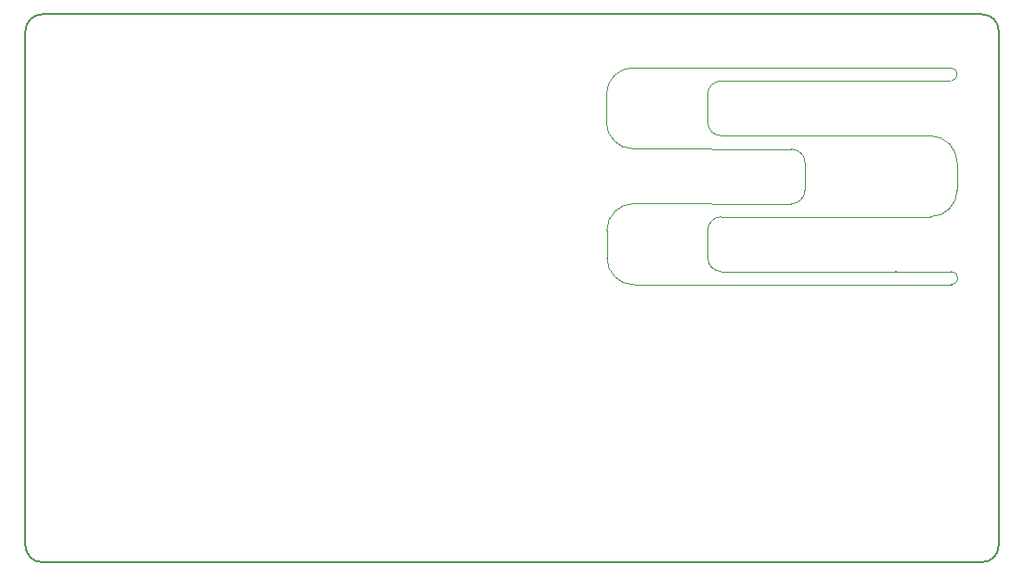
<source format=gbr>
%TF.GenerationSoftware,KiCad,Pcbnew,9.0.1*%
%TF.CreationDate,2025-06-09T22:47:13-04:00*%
%TF.ProjectId,blankBusinessCard,626c616e-6b42-4757-9369-6e6573734361,rev?*%
%TF.SameCoordinates,Original*%
%TF.FileFunction,Profile,NP*%
%FSLAX46Y46*%
G04 Gerber Fmt 4.6, Leading zero omitted, Abs format (unit mm)*
G04 Created by KiCad (PCBNEW 9.0.1) date 2025-06-09 22:47:13*
%MOMM*%
%LPD*%
G01*
G04 APERTURE LIST*
%TA.AperFunction,Profile*%
%ADD10C,0.200000*%
%TD*%
%TA.AperFunction,Profile*%
%ADD11C,0.050000*%
%TD*%
G04 APERTURE END LIST*
D10*
X23000000Y-20300000D02*
G75*
G02*
X24500000Y-18800000I1500000J0D01*
G01*
D11*
X102371600Y-42249400D02*
X102271595Y-42249400D01*
D10*
X111750000Y-20300000D02*
X111750000Y-67300000D01*
X24500000Y-18800000D02*
X110250000Y-18800000D01*
X23000000Y-20300000D02*
X23000000Y-67300000D01*
X24500000Y-68800000D02*
G75*
G02*
X23000000Y-67300000I0J1500000D01*
G01*
X111750000Y-67300000D02*
G75*
G02*
X110250000Y-68800000I-1500000J0D01*
G01*
X110250000Y-68800000D02*
X24500000Y-68800000D01*
X110250000Y-18800000D02*
G75*
G02*
X111750000Y-20300000I0J-1500000D01*
G01*
D11*
%TO.C,J1*%
X75972400Y-28626400D02*
X75972400Y-26126400D01*
X76022400Y-41026400D02*
X76022400Y-38526400D01*
X78422400Y-23676400D02*
X101972400Y-23676400D01*
X78422400Y-31076400D02*
X92835446Y-31093988D01*
X78472400Y-36076400D02*
X92835446Y-36093988D01*
X85209449Y-28626395D02*
X85209449Y-26126395D01*
X85222401Y-41026400D02*
X85222401Y-38526400D01*
X86459449Y-24876395D02*
X102172400Y-24876398D01*
X86472400Y-37276397D02*
X101972400Y-37276400D01*
X94085446Y-32326400D02*
X94085446Y-34826400D01*
X101922395Y-42276400D02*
X86472400Y-42276403D01*
X101972400Y-23676400D02*
X107372400Y-23676400D01*
X101972400Y-29876398D02*
X86459449Y-29876401D01*
X101972400Y-29876400D02*
X105514988Y-29883812D01*
X101972400Y-37276400D02*
X105522400Y-37276400D01*
X102022400Y-43476400D02*
X78472400Y-43476400D01*
X107322400Y-24876400D02*
X101922400Y-24876400D01*
X107422400Y-42276400D02*
X101922395Y-42276400D01*
X107422400Y-43476400D02*
X102022400Y-43476400D01*
X107964988Y-32333812D02*
X107972400Y-34826400D01*
X75972400Y-26126400D02*
G75*
G02*
X78422400Y-23676400I2449999J1D01*
G01*
X76022400Y-38526400D02*
G75*
G02*
X78472400Y-36076400I2449999J1D01*
G01*
X78422400Y-31076400D02*
G75*
G02*
X75972400Y-28626400I-1J2449999D01*
G01*
X78472400Y-43476400D02*
G75*
G02*
X76022400Y-41026400I-1J2449999D01*
G01*
X85209449Y-26126395D02*
G75*
G02*
X86459449Y-24876395I1250002J-2D01*
G01*
X85222398Y-38526397D02*
G75*
G02*
X86472398Y-37276397I1250002J-2D01*
G01*
X86459449Y-29876401D02*
G75*
G02*
X85209449Y-28626401I2J1250002D01*
G01*
X86472398Y-42276403D02*
G75*
G02*
X85222398Y-41026403I2J1250002D01*
G01*
X92835446Y-31093988D02*
G75*
G02*
X94085446Y-32343988I2J-1249998D01*
G01*
X94085446Y-34843988D02*
G75*
G02*
X92835446Y-36093988I-1250002J2D01*
G01*
X105514988Y-29883812D02*
G75*
G02*
X107964988Y-32333812I2J-2449998D01*
G01*
X107372400Y-23676400D02*
G75*
G02*
X107372400Y-24876400I0J-600000D01*
G01*
X107422400Y-42276400D02*
G75*
G02*
X107422400Y-43476400I0J-600000D01*
G01*
X107972400Y-34826400D02*
G75*
G02*
X105522400Y-37276400I-2450000J0D01*
G01*
%TD*%
M02*

</source>
